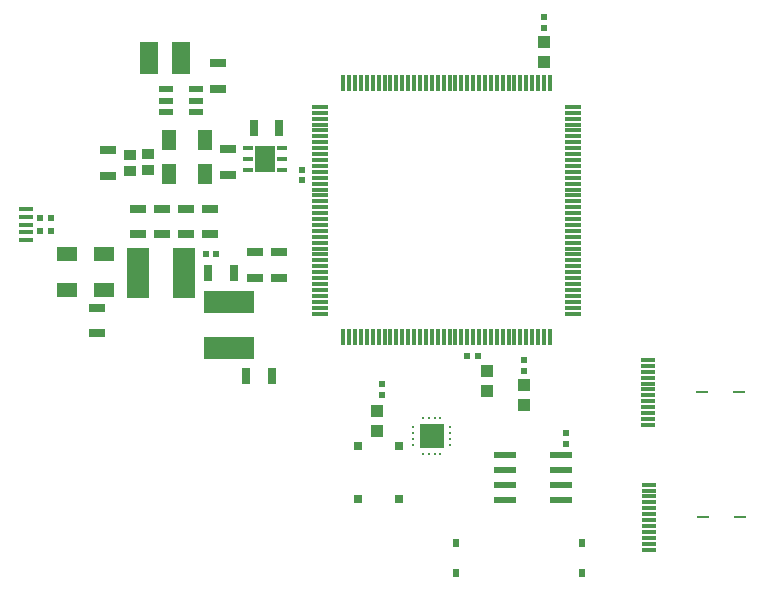
<source format=gtp>
G04 Layer_Color=8421504*
%FSLAX24Y24*%
%MOIN*%
G70*
G01*
G75*
%ADD10R,0.0579X0.0311*%
%ADD11R,0.0236X0.0256*%
%ADD12R,0.0244X0.0236*%
%ADD13R,0.0394X0.0433*%
%ADD14R,0.0118X0.0581*%
%ADD15R,0.0581X0.0118*%
%ADD16R,0.0236X0.0244*%
%ADD17R,0.0752X0.1705*%
%ADD18R,0.1705X0.0752*%
%ADD19R,0.0472X0.0236*%
%ADD20R,0.0394X0.0354*%
%ADD21R,0.0669X0.0866*%
%ADD22R,0.0335X0.0157*%
%ADD23R,0.0492X0.0669*%
%ADD24R,0.0669X0.0492*%
%ADD25R,0.0512X0.0177*%
%ADD26C,0.0118*%
G04:AMPARAMS|DCode=27|XSize=78.7mil|YSize=78.7mil|CornerRadius=0mil|HoleSize=0mil|Usage=FLASHONLY|Rotation=270.000|XOffset=0mil|YOffset=0mil|HoleType=Round|Shape=RoundedRectangle|*
%AMROUNDEDRECTD27*
21,1,0.0787,0.0787,0,0,270.0*
21,1,0.0787,0.0787,0,0,270.0*
1,1,0.0000,-0.0394,-0.0394*
1,1,0.0000,-0.0394,0.0394*
1,1,0.0000,0.0394,0.0394*
1,1,0.0000,0.0394,-0.0394*
%
%ADD27ROUNDEDRECTD27*%
%ADD28R,0.0276X0.0276*%
%ADD29R,0.0780X0.0220*%
%ADD30R,0.0394X0.0079*%
%ADD31R,0.0472X0.0118*%
%ADD32R,0.0311X0.0579*%
%ADD33R,0.0602X0.1071*%
D10*
X21575Y34642D02*
D03*
Y35496D02*
D03*
X22800Y28348D02*
D03*
Y29202D02*
D03*
X21300Y30652D02*
D03*
Y29798D02*
D03*
X20500Y30652D02*
D03*
Y29798D02*
D03*
X18900Y30652D02*
D03*
Y29798D02*
D03*
X19700Y30652D02*
D03*
Y29798D02*
D03*
X21900Y32627D02*
D03*
Y31773D02*
D03*
X23600Y29202D02*
D03*
Y28348D02*
D03*
X17900Y31748D02*
D03*
Y32602D02*
D03*
X17550Y26498D02*
D03*
Y27352D02*
D03*
D11*
X33701Y18504D02*
D03*
Y19504D02*
D03*
X29528Y18504D02*
D03*
Y19504D02*
D03*
D12*
X33189Y22811D02*
D03*
Y23173D02*
D03*
X32441Y36669D02*
D03*
Y37032D02*
D03*
X27047Y24803D02*
D03*
Y24441D02*
D03*
X31772Y25598D02*
D03*
Y25236D02*
D03*
X24370Y31591D02*
D03*
Y31953D02*
D03*
D13*
X32441Y35531D02*
D03*
Y36201D02*
D03*
X26890Y23917D02*
D03*
Y23248D02*
D03*
X31772Y24764D02*
D03*
Y24094D02*
D03*
X30551Y25236D02*
D03*
Y24567D02*
D03*
D14*
X25755Y34828D02*
D03*
X25952D02*
D03*
X26149D02*
D03*
X26346D02*
D03*
X26543D02*
D03*
X26739D02*
D03*
X26936D02*
D03*
X27133D02*
D03*
X27330D02*
D03*
X27527D02*
D03*
X27724D02*
D03*
X27920D02*
D03*
X28117D02*
D03*
X28314D02*
D03*
X28511D02*
D03*
X28708D02*
D03*
X28905D02*
D03*
X29102D02*
D03*
X29298D02*
D03*
X29495D02*
D03*
X29692D02*
D03*
X29889D02*
D03*
X30086D02*
D03*
X30283D02*
D03*
X30480D02*
D03*
X30676D02*
D03*
X30873D02*
D03*
X31070D02*
D03*
X31267D02*
D03*
X31464D02*
D03*
X31661D02*
D03*
X31857D02*
D03*
X32054D02*
D03*
X32251D02*
D03*
X32448D02*
D03*
X32645D02*
D03*
Y26372D02*
D03*
X32448D02*
D03*
X32251D02*
D03*
X32054D02*
D03*
X31857D02*
D03*
X31661D02*
D03*
X31464D02*
D03*
X31267D02*
D03*
X31070D02*
D03*
X30873D02*
D03*
X30676D02*
D03*
X30480D02*
D03*
X30283D02*
D03*
X30086D02*
D03*
X29889D02*
D03*
X29692D02*
D03*
X29495D02*
D03*
X29298D02*
D03*
X29102D02*
D03*
X28905D02*
D03*
X28708D02*
D03*
X28511D02*
D03*
X28314D02*
D03*
X28117D02*
D03*
X27920D02*
D03*
X27724D02*
D03*
X27527D02*
D03*
X27330D02*
D03*
X27133D02*
D03*
X26936D02*
D03*
X26739D02*
D03*
X26543D02*
D03*
X26346D02*
D03*
X26149D02*
D03*
X25952D02*
D03*
X25755D02*
D03*
D15*
X33428Y34045D02*
D03*
Y33848D02*
D03*
Y33651D02*
D03*
Y33454D02*
D03*
Y33257D02*
D03*
Y33061D02*
D03*
Y32864D02*
D03*
Y32667D02*
D03*
Y32470D02*
D03*
Y32273D02*
D03*
Y32076D02*
D03*
Y31880D02*
D03*
Y31683D02*
D03*
Y31486D02*
D03*
Y31289D02*
D03*
Y31092D02*
D03*
Y30895D02*
D03*
Y30698D02*
D03*
Y30502D02*
D03*
Y30305D02*
D03*
Y30108D02*
D03*
Y29911D02*
D03*
Y29714D02*
D03*
Y29517D02*
D03*
Y29320D02*
D03*
Y29124D02*
D03*
Y28927D02*
D03*
Y28730D02*
D03*
Y28533D02*
D03*
Y28336D02*
D03*
Y28139D02*
D03*
Y27943D02*
D03*
Y27746D02*
D03*
Y27549D02*
D03*
Y27352D02*
D03*
Y27155D02*
D03*
X24972D02*
D03*
Y27352D02*
D03*
Y27549D02*
D03*
Y27746D02*
D03*
Y27943D02*
D03*
Y28139D02*
D03*
Y28336D02*
D03*
Y28533D02*
D03*
Y28730D02*
D03*
Y28927D02*
D03*
Y29124D02*
D03*
Y29320D02*
D03*
Y29517D02*
D03*
Y29714D02*
D03*
Y29911D02*
D03*
Y30108D02*
D03*
Y30305D02*
D03*
Y30502D02*
D03*
Y30698D02*
D03*
Y30895D02*
D03*
Y31092D02*
D03*
Y31289D02*
D03*
Y31486D02*
D03*
Y31683D02*
D03*
Y31880D02*
D03*
Y32076D02*
D03*
Y32273D02*
D03*
Y32470D02*
D03*
Y32667D02*
D03*
Y32864D02*
D03*
Y33061D02*
D03*
Y33257D02*
D03*
Y33454D02*
D03*
Y33651D02*
D03*
Y33848D02*
D03*
Y34045D02*
D03*
D16*
X21169Y29150D02*
D03*
X21531D02*
D03*
X15661Y30354D02*
D03*
X16024D02*
D03*
X29882Y25732D02*
D03*
X30244D02*
D03*
X15646Y29921D02*
D03*
X16008D02*
D03*
D17*
X18900Y28500D02*
D03*
X20455D02*
D03*
D18*
X21950Y25995D02*
D03*
Y27550D02*
D03*
D19*
X19862Y33878D02*
D03*
Y34252D02*
D03*
Y34626D02*
D03*
X20846D02*
D03*
Y34252D02*
D03*
Y33878D02*
D03*
D20*
X18650Y31918D02*
D03*
Y32450D02*
D03*
X19250Y32482D02*
D03*
Y31950D02*
D03*
D21*
X23150Y32300D02*
D03*
D22*
X22579Y31926D02*
D03*
Y32300D02*
D03*
Y32674D02*
D03*
X23721D02*
D03*
Y32300D02*
D03*
Y31926D02*
D03*
D23*
X19950Y31800D02*
D03*
X21150D02*
D03*
X19951Y32953D02*
D03*
X21152D02*
D03*
D24*
X16535Y29144D02*
D03*
Y27943D02*
D03*
X17795Y29144D02*
D03*
Y27943D02*
D03*
D25*
X15177Y30630D02*
D03*
Y29606D02*
D03*
Y30374D02*
D03*
Y30118D02*
D03*
Y29862D02*
D03*
D26*
X29311Y22776D02*
D03*
Y22972D02*
D03*
Y23169D02*
D03*
Y23366D02*
D03*
X28996Y23681D02*
D03*
X28799D02*
D03*
X28602D02*
D03*
X28406D02*
D03*
X28091Y23366D02*
D03*
Y23169D02*
D03*
Y22972D02*
D03*
Y22776D02*
D03*
X28406Y22461D02*
D03*
X28602D02*
D03*
X28799D02*
D03*
X28996D02*
D03*
D27*
X28701Y23071D02*
D03*
D28*
X26240Y20974D02*
D03*
Y22726D02*
D03*
X27618D02*
D03*
Y20974D02*
D03*
D29*
X31157Y22443D02*
D03*
Y21943D02*
D03*
Y21443D02*
D03*
Y20943D02*
D03*
X33017D02*
D03*
Y21443D02*
D03*
Y21943D02*
D03*
Y22443D02*
D03*
D30*
X37715Y24525D02*
D03*
X38936D02*
D03*
X37750Y20370D02*
D03*
X38970D02*
D03*
D31*
X35912Y23442D02*
D03*
Y23639D02*
D03*
Y23836D02*
D03*
Y24033D02*
D03*
Y24230D02*
D03*
Y24427D02*
D03*
Y24624D02*
D03*
Y24820D02*
D03*
Y25017D02*
D03*
Y25214D02*
D03*
Y25411D02*
D03*
Y25608D02*
D03*
X35947Y19287D02*
D03*
Y19484D02*
D03*
Y19681D02*
D03*
Y19878D02*
D03*
Y20075D02*
D03*
Y20272D02*
D03*
Y20468D02*
D03*
Y20665D02*
D03*
Y20862D02*
D03*
Y21059D02*
D03*
Y21256D02*
D03*
Y21453D02*
D03*
D32*
X22102Y28500D02*
D03*
X21248D02*
D03*
X22526Y25079D02*
D03*
X23380D02*
D03*
X23627Y33350D02*
D03*
X22773D02*
D03*
D33*
X20338Y35660D02*
D03*
X19282D02*
D03*
M02*

</source>
